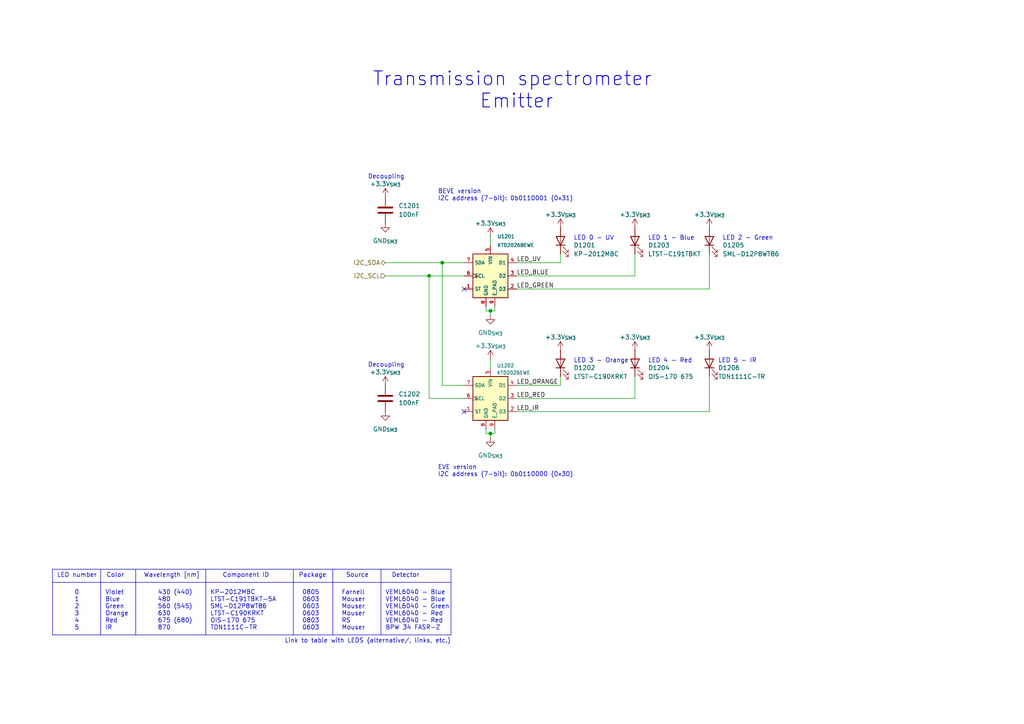
<source format=kicad_sch>
(kicad_sch (version 20231120) (generator "eeschema") (generator_version "8.0")
  (paper "A4")
  (title_block (title "Sensor multi-board") (date "2024-06-17") (rev "${VERSION}") (company "TrendBit s.r.o.") (comment 1 "Designed by: Petr Malaník"))
  (lib_symbols
    (symbol "Device:C" (pin_numbers hide) (pin_names (offset 0.254))
      (property "Reference" "C" (at 0.635 2.54 0))
      (property "Value" "C" (at 0.635 -2.54 0))
      (symbol "C_0_1"
        (polyline (pts (xy -2.032 -0.762) (xy 2.032 -0.762)) (stroke (width 0.508)))
        (polyline (pts (xy -2.032 0.762) (xy 2.032 0.762)) (stroke (width 0.508)))
      )
      (symbol "C_1_1"
        (pin passive line (at 0 3.81 270) (length 2.794) (name "~") (number "1"))
        (pin passive line (at 0 -3.81 90) (length 2.794) (name "~") (number "2"))
      )
    )
    (symbol "Device:LED" (pin_numbers hide) (pin_names (offset 1.016) hide)
      (property "Reference" "D" (at 0 2.54 0))
      (property "Value" "LED" (at 0 -2.54 0))
      (symbol "LED_0_1"
        (polyline (pts (xy -1.27 -1.27) (xy -1.27 1.27)) (stroke (width 0.254)))
        (polyline (pts (xy -1.27 0) (xy 1.27 0)))
        (polyline (pts (xy 1.27 -1.27) (xy 1.27 1.27) (xy -1.27 0) (xy 1.27 -1.27)) (stroke (width 0.254)))
        (polyline (pts (xy -3.048 -0.762) (xy -4.572 -2.286) (xy -3.81 -2.286) (xy -4.572 -2.286) (xy -4.572 -1.524)))
        (polyline (pts (xy -1.778 -0.762) (xy -3.302 -2.286) (xy -2.54 -2.286) (xy -3.302 -2.286) (xy -3.302 -1.524)))
      )
      (symbol "LED_1_1"
        (pin passive line (at -3.81 0 0) (length 2.54) (name "K") (number "1"))
        (pin passive line (at 3.81 0 180) (length 2.54) (name "A") (number "2"))
      )
    )
    (symbol "TCY_LEDs:KTD2026BEWE"
      (property "Reference" "U" (at 2.54 7.62 0))
      (property "Value" "KTD2026BEWE" (at -7.62 7.62 0))
      (symbol "KTD2026BEWE_0_1"
        (rectangle (start -5.08 6.35) (end 5.08 -6.35) (stroke (width 0.254)) (fill (type background)))
      )
      (symbol "KTD2026BEWE_1_1"
        (pin output line (at -7.62 -3.81 0) (length 2.54) (name "ST") (number "1"))
        (pin open_collector line (at 7.62 -3.81 180) (length 2.54) (name "D3") (number "2"))
        (pin open_collector line (at 7.62 0 180) (length 2.54) (name "D2") (number "3"))
        (pin open_collector line (at 7.62 3.81 180) (length 2.54) (name "D1") (number "4"))
        (pin power_in line (at 0 8.89 270) (length 2.54) (name "VIN") (number "5"))
        (pin input clock (at -7.62 0 0) (length 2.54) (name "SCL") (number "6"))
        (pin bidirectional line (at -7.62 3.81 0) (length 2.54) (name "SDA") (number "7"))
        (pin passive line (at -1.27 -8.89 90) (length 2.54) (name "GND") (number "8"))
        (pin passive line (at 1.27 -8.89 90) (length 2.54) (name "E_PAD") (number "9"))
      )
    )
    (symbol "power:+3.3V" (power) (pin_numbers hide) (pin_names (offset 0) hide)
      (property "Value" "+3.3V" (at 0 3.556 0))
      (symbol "+3.3V_0_1"
        (polyline (pts (xy -0.762 1.27) (xy 0 2.54)))
        (polyline (pts (xy 0 0) (xy 0 2.54)))
        (polyline (pts (xy 0 2.54) (xy 0.762 1.27)))
      )
      (symbol "+3.3V_1_1"
        (pin power_in line (at 0 0 90) (length 0) (name "~") (number "1"))
      )
    )
    (symbol "power:GND" (power) (pin_numbers hide) (pin_names (offset 0) hide)
      (property "Value" "GND" (at 0 -3.81 0))
      (symbol "GND_0_1"
        (polyline (pts (xy 0 0) (xy 0 -1.27) (xy 1.27 -1.27) (xy 0 -2.54) (xy -1.27 -1.27) (xy 0 -1.27)))
      )
      (symbol "GND_1_1"
        (pin power_in line (at 0 0 270) (length 0) (name "~") (number "1"))
      )
    )
  )
  (junction (at 142.24 90.17))
  (junction (at 124.46 80.01))
  (junction (at 142.24 125.73))
  (junction (at 128.27 76.2))
  (no_connect (at 134.62 83.82))
  (no_connect (at 134.62 119.38))
  (wire (pts (xy 149.86 111.76) (xy 162.56 111.76)))
  (polyline (pts (xy 96.52 165.1) (xy 96.52 184.15)))
  (wire (pts (xy 142.24 90.17) (xy 142.24 91.44)))
  (wire (pts (xy 128.27 76.2) (xy 128.27 111.76)))
  (wire (pts (xy 111.76 80.01) (xy 124.46 80.01)))
  (wire (pts (xy 140.97 88.9) (xy 140.97 90.17)))
  (wire (pts (xy 124.46 115.57) (xy 124.46 80.01)))
  (wire (pts (xy 184.15 115.57) (xy 184.15 109.22)))
  (wire (pts (xy 124.46 80.01) (xy 134.62 80.01)))
  (polyline (pts (xy 39.37 165.1) (xy 39.37 184.15)))
  (wire (pts (xy 149.86 115.57) (xy 184.15 115.57)))
  (polyline (pts (xy 29.21 165.1) (xy 29.21 184.15)))
  (wire (pts (xy 140.97 90.17) (xy 142.24 90.17)))
  (wire (pts (xy 128.27 76.2) (xy 134.62 76.2)))
  (polyline (pts (xy 15.24 184.15) (xy 130.81 184.15)) (stroke (width 0) (type solid)))
  (wire (pts (xy 143.51 125.73) (xy 143.51 124.46)))
  (polyline (pts (xy 15.24 168.91) (xy 130.81 168.91)))
  (wire (pts (xy 140.97 124.46) (xy 140.97 125.73)))
  (wire (pts (xy 111.76 76.2) (xy 128.27 76.2)))
  (wire (pts (xy 142.24 125.73) (xy 142.24 127)))
  (wire (pts (xy 149.86 76.2) (xy 162.56 76.2)))
  (polyline (pts (xy 130.81 165.1) (xy 130.81 184.15)) (stroke (width 0) (type solid)))
  (polyline (pts (xy 15.24 165.1) (xy 15.24 184.15)) (stroke (width 0) (type solid)))
  (wire (pts (xy 184.15 80.01) (xy 184.15 73.66)))
  (polyline (pts (xy 15.24 165.1) (xy 130.81 165.1)) (stroke (width 0) (type solid)))
  (wire (pts (xy 149.86 80.01) (xy 184.15 80.01)))
  (wire (pts (xy 140.97 125.73) (xy 142.24 125.73)))
  (wire (pts (xy 149.86 119.38) (xy 205.74 119.38)))
  (wire (pts (xy 162.56 109.22) (xy 162.56 111.76)))
  (wire (pts (xy 142.24 104.14) (xy 142.24 106.68)))
  (wire (pts (xy 205.74 83.82) (xy 205.74 73.66)))
  (wire (pts (xy 128.27 111.76) (xy 134.62 111.76)))
  (polyline (pts (xy 59.69 165.1) (xy 59.69 184.15)))
  (wire (pts (xy 142.24 90.17) (xy 143.51 90.17)))
  (wire (pts (xy 205.74 119.38) (xy 205.74 109.22)))
  (wire (pts (xy 162.56 76.2) (xy 162.56 73.66)))
  (wire (pts (xy 142.24 68.58) (xy 142.24 71.12)))
  (wire (pts (xy 134.62 115.57) (xy 124.46 115.57)))
  (polyline (pts (xy 110.49 165.1) (xy 110.49 184.15)))
  (polyline (pts (xy 85.09 165.1) (xy 85.09 184.15)))
  (wire (pts (xy 143.51 90.17) (xy 143.51 88.9)))
  (wire (pts (xy 149.86 83.82) (xy 205.74 83.82)))
  (wire (pts (xy 142.24 125.73) (xy 143.51 125.73)))
  (text "VEML6040 - Blue\nVEML6040 - Blue\nVEML6040 - Green\nVEML6040 - Red\nVEML6040 - Red\nBPW 34 FASR-Z" (at 111.76 182.88 0) (effects (font (size 1.27 1.27)) (justify left bottom)))
  (text "LED 0 - UV" (at 166.37 69.85 0) (effects (font (size 1.27 1.27)) (justify left bottom)))
  (text "0\n1\n2\n3\n4\n5" (at 21.59 182.88 0) (effects (font (size 1.27 1.27)) (justify left bottom)))
  (text "0805\n0603\n0603\n0603\n0803\n0603" (at 87.63 182.88 0) (effects (font (size 1.27 1.27)) (justify left bottom)))
  (text "Violet\nBlue\nGreen\nOrange\nRed\nIR" (at 30.48 182.88 0) (effects (font (size 1.27 1.27)) (justify left bottom)))
  (text "LED 1 - Blue" (at 187.96 69.85 0) (effects (font (size 1.27 1.27)) (justify left bottom)))
  (text "LED 2 - Green" (at 209.55 69.85 0) (effects (font (size 1.27 1.27)) (justify left bottom)))
  (text "BEVE version\nI2C address (7-bit): 0b0110001 (0x31)" (at 127 58.42 0) (effects (font (size 1.27 1.27)) (justify left bottom)))
  (text "LED 3 - Orange" (at 166.37 105.41 0) (effects (font (size 1.27 1.27)) (justify left bottom)))
  (text "LED 5 - IR" (at 208.28 105.41 0) (effects (font (size 1.27 1.27)) (justify left bottom)))
  (text "EVE version\nI2C address (7-bit): 0b0110000 (0x30)" (at 127 138.43 0) (effects (font (size 1.27 1.27)) (justify left bottom)))
  (text "Decoupling\n" (at 106.68 52.07 0) (effects (font (size 1.27 1.27)) (justify left bottom)))
  (text "KP-2012MBC\nLTST-C191TBKT-5A\nSML-D12P8WT86\nLTST-C190KRKT\nOIS-170 675\nTDN1111C-TR" (at 60.96 182.88 0) (effects (font (size 1.27 1.27)) (justify left bottom)))
  (text "LED number   Color      Wavelength [nm]       Component ID         Package      Source       Detector" (at 16.51 167.64 0) (effects (font (size 1.27 1.27)) (justify left bottom)))
  (text "Link to table with LEDS (alternative/, links, etc.)" (at 82.55 186.69 0) (effects (font (size 1.27 1.27)) (justify left bottom)))
  (text "Decoupling\n" (at 106.68 106.68 0) (effects (font (size 1.27 1.27)) (justify left bottom)))
  (text "LED 4 - Red" (at 187.96 105.41 0) (effects (font (size 1.27 1.27)) (justify left bottom)))
  (text "Transmission spectrometer\n		Emitter" (at 107.95 31.75 0) (effects (font (size 4 4) (thickness 0.254) (bold yes)) (justify left bottom)))
  (text "Farnell\nMouser\nMouser\nMouser\nRS\nMouser" (at 99.06 182.88 0) (effects (font (size 1.27 1.27)) (justify left bottom)))
  (text "430 (440)\n480\n560 (545)\n630\n675 (680)\n870" (at 45.72 182.88 0) (effects (font (size 1.27 1.27)) (justify left bottom)))
  (label "LED_RED" (at 149.86 115.57 0))
  (label "LED_GREEN" (at 149.86 83.82 0))
  (label "LED_ORANGE" (at 149.86 111.76 0))
  (label "LED_IR" (at 149.86 119.38 0))
  (label "LED_UV" (at 149.86 76.2 0))
  (label "LED_BLUE" (at 149.86 80.01 0))
  (hierarchical_label "I2C_SCL" (shape input) (at 111.76 80.01 180))
  (hierarchical_label "I2C_SDA" (shape tri_state) (at 111.76 76.2 180))
  (symbol (lib_id "power:+3.3V") (at 162.56 66.04 0) (unit 1)
    (property "Reference" "#PWR01209" (effects (hide yes)))
    (property "Value" "+3.3V_{SM3}" (at 162.56 62.23 0))
    (property "Description" "Power symbol creates a global label with name \"+3.3V\"" (effects (hide yes)))
  )
  (symbol (lib_id "Device:LED") (at 184.15 105.41 90) (unit 1)
    (property "Reference" "D1204" (at 187.96 106.68 90) (effects (justify right)))
    (property "Value" "OIS-170 675" (at 187.96 109.22 90) (effects (justify right)))
    (property "Footprint" "LED_SMD:LED_0805_2012Metric" (effects (hide yes)))
  )
  (symbol (lib_id "power:+3.3V") (at 184.15 101.6 0) (unit 1)
    (property "Reference" "#PWR01212" (effects (hide yes)))
    (property "Value" "+3.3V_{SM3}" (at 184.15 97.79 0))
    (property "Description" "Power symbol creates a global label with name \"+3.3V\"" (effects (hide yes)))
  )
  (symbol (lib_id "power:+3.3V") (at 205.74 66.04 0) (unit 1)
    (property "Reference" "#PWR01213" (effects (hide yes)))
    (property "Value" "+3.3V_{SM3}" (at 205.74 62.23 0))
    (property "Description" "Power symbol creates a global label with name \"+3.3V\"" (effects (hide yes)))
  )
  (symbol (lib_id "power:GND") (at 111.76 119.38 0) (unit 1)
    (property "Reference" "#PWR01204" (effects (hide yes)))
    (property "Value" "GND_{SM3}" (at 111.76 124.46 0))
    (property "Description" "Power symbol creates a global label with name \"GND\" , ground" (effects (hide yes)))
  )
  (symbol (lib_id "power:+3.3V") (at 111.76 111.76 0) (unit 1)
    (property "Reference" "#PWR01203" (effects (hide yes)))
    (property "Value" "+3.3V_{SM3}" (at 111.76 107.95 0))
    (property "Description" "Power symbol creates a global label with name \"+3.3V\"" (effects (hide yes)))
  )
  (symbol (lib_id "power:+3.3V") (at 205.74 101.6 0) (unit 1)
    (property "Reference" "#PWR01214" (effects (hide yes)))
    (property "Value" "+3.3V_{SM3}" (at 205.74 97.79 0))
    (property "Description" "Power symbol creates a global label with name \"+3.3V\"" (effects (hide yes)))
  )
  (symbol (lib_id "Device:C") (at 111.76 60.96 0) (unit 1)
    (property "Reference" "C1201" (at 115.57 59.6899 0) (effects (justify left)))
    (property "Value" "100nF" (at 115.57 62.2299 0) (effects (justify left)))
    (property "Footprint" "Capacitor_SMD:C_0603_1608Metric" (effects (hide yes)))
    (property "Description" "Unpolarized capacitor" (effects (hide yes)))
    (property "LCSC" "C14663" (effects (hide yes)))
  )
  (symbol (lib_id "power:GND") (at 111.76 64.77 0) (unit 1)
    (property "Reference" "#PWR01202" (effects (hide yes)))
    (property "Value" "GND_{SM3}" (at 111.76 69.85 0))
    (property "Description" "Power symbol creates a global label with name \"GND\" , ground" (effects (hide yes)))
  )
  (symbol (lib_id "power:GND") (at 142.24 91.44 0) (unit 1)
    (property "Reference" "#PWR01206" (effects (hide yes)))
    (property "Value" "GND_{SM3}" (at 142.24 96.52 0))
    (property "Description" "Power symbol creates a global label with name \"GND\" , ground" (effects (hide yes)))
  )
  (symbol (lib_id "power:+3.3V") (at 162.56 101.6 0) (unit 1)
    (property "Reference" "#PWR01210" (effects (hide yes)))
    (property "Value" "+3.3V_{SM3}" (at 162.56 97.79 0))
    (property "Description" "Power symbol creates a global label with name \"+3.3V\"" (effects (hide yes)))
  )
  (symbol (lib_id "power:+3.3V") (at 111.76 57.15 0) (unit 1)
    (property "Reference" "#PWR01201" (effects (hide yes)))
    (property "Value" "+3.3V_{SM3}" (at 111.76 53.34 0))
    (property "Description" "Power symbol creates a global label with name \"+3.3V\"" (effects (hide yes)))
  )
  (symbol (lib_id "Device:LED") (at 205.74 69.85 90) (unit 1)
    (property "Reference" "D1205" (at 209.55 71.12 90) (effects (justify right)))
    (property "Value" "SML-D12P8WT86" (at 209.55 73.66 90) (effects (justify right)))
    (property "Footprint" "LED_SMD:LED_0603_1608Metric" (effects (hide yes)))
    (property "LCSC" "C510026" (effects (hide yes)))
    (property "MPN" "SML-D12P8WT86" (effects (hide yes)))
  )
  (symbol (lib_id "Device:LED") (at 184.15 69.85 90) (unit 1)
    (property "Reference" "D1203" (at 187.96 71.12 90) (effects (justify right)))
    (property "Value" "LTST-C191TBKT" (at 187.96 73.66 90) (effects (justify right)))
    (property "Footprint" "LED_SMD:LED_0603_1608Metric" (effects (hide yes)))
    (property "LCSC" "C99290" (effects (hide yes)))
  )
  (symbol (lib_id "Device:LED") (at 162.56 105.41 90) (unit 1)
    (property "Reference" "D1202" (at 166.37 106.68 90) (effects (justify right)))
    (property "Value" "LTST-C190KRKT" (at 166.37 109.22 90) (effects (justify right)))
    (property "Footprint" "LED_SMD:LED_0603_1608Metric" (effects (hide yes)))
    (property "LCSC" "C94869" (effects (hide yes)))
  )
  (symbol (lib_id "power:+3.3V") (at 142.24 68.58 0) (unit 1)
    (property "Reference" "#PWR01205" (effects (hide yes)))
    (property "Value" "+3.3V_{SM3}" (at 142.24 64.77 0))
    (property "Description" "Power symbol creates a global label with name \"+3.3V\"" (effects (hide yes)))
  )
  (symbol (lib_id "TCY_LEDs:KTD2026BEWE") (at 142.24 80.01 0) (unit 1)
    (property "Reference" "U1201" (at 144.2484 68.58 0) (effects (font (size 1 1)) (justify left)))
    (property "Value" "KTD2026BEWE" (at 144.2484 71.12 0) (effects (font (size 1 1)) (justify left)))
    (property "Footprint" "TCY_IC:UTDFN-8-1EP_1.5x1.5mm_P0.4mm_EP0.8x1.45mm" (effects (hide yes)))
    (property "Datasheet" "https://cz.mouser.com/datasheet/2/936/KTD2026-7-04g-1634460.pdf" (effects (hide yes)))
    (property "LCSC" "C19842503" (effects (hide yes)))
    (property "MPN" "KTD2026BEWE" (effects (hide yes)))
  )
  (symbol (lib_id "Device:LED") (at 205.74 105.41 90) (unit 1)
    (property "Reference" "D1206" (at 208.28 106.68 90) (effects (justify right)))
    (property "Value" "TDN1111C-TR" (at 208.28 109.22 90) (effects (justify right)))
    (property "Footprint" "LED_SMD:LED_0603_1608Metric" (effects (hide yes)))
    (property "LCSC" "C7399705" (effects (hide yes)))
  )
  (symbol (lib_id "power:+3.3V") (at 184.15 66.04 0) (unit 1)
    (property "Reference" "#PWR01211" (effects (hide yes)))
    (property "Value" "+3.3V_{SM3}" (at 184.15 62.23 0))
    (property "Description" "Power symbol creates a global label with name \"+3.3V\"" (effects (hide yes)))
  )
  (symbol (lib_id "power:GND") (at 142.24 127 0) (unit 1)
    (property "Reference" "#PWR01208" (effects (hide yes)))
    (property "Value" "GND_{SM3}" (at 142.24 132.08 0))
    (property "Description" "Power symbol creates a global label with name \"GND\" , ground" (effects (hide yes)))
  )
  (symbol (lib_id "Device:LED") (at 162.56 69.85 90) (unit 1)
    (property "Reference" "D1201" (at 166.37 71.12 90) (effects (justify right)))
    (property "Value" "KP-2012MBC" (at 166.37 73.66 90) (effects (justify right)))
    (property "Footprint" "LED_SMD:LED_0805_2012Metric" (effects (hide yes)))
    (property "LCSC" "C598275" (effects (hide yes)))
  )
  (symbol (lib_id "Device:C") (at 111.76 115.57 0) (unit 1)
    (property "Reference" "C1202" (at 115.57 114.2999 0) (effects (justify left)))
    (property "Value" "100nF" (at 115.57 116.8399 0) (effects (justify left)))
    (property "Footprint" "Capacitor_SMD:C_0603_1608Metric" (effects (hide yes)))
    (property "Description" "Unpolarized capacitor" (effects (hide yes)))
    (property "LCSC" "C14663" (effects (hide yes)))
  )
  (symbol (lib_id "power:+3.3V") (at 142.24 104.14 0) (unit 1)
    (property "Reference" "#PWR01207" (effects (hide yes)))
    (property "Value" "+3.3V_{SM3}" (at 142.24 100.33 0))
    (property "Description" "Power symbol creates a global label with name \"+3.3V\"" (effects (hide yes)))
  )
  (symbol (lib_id "TCY_LEDs:KTD2026BEWE") (at 142.24 115.57 0) (unit 1)
    (property "Reference" "U1202" (at 144.1109 106.0638 0) (effects (font (size 1 1)) (justify left)))
    (property "Value" "KTD2026EWE" (at 144.1109 108.1154 0) (effects (font (size 1 1)) (justify left)))
    (property "Footprint" "TCY_IC:UTDFN-8-1EP_1.5x1.5mm_P0.4mm_EP0.8x1.45mm" (effects (hide yes)))
    (property "Datasheet" "https://cz.mouser.com/datasheet/2/936/KTD2026-7-04g-1634460.pdf" (effects (hide yes)))
    (property "LCSC" "C500368" (effects (hide yes)))
    (property "MPN" "KTD2026EWE" (effects (hide yes)))
  )
)
</source>
